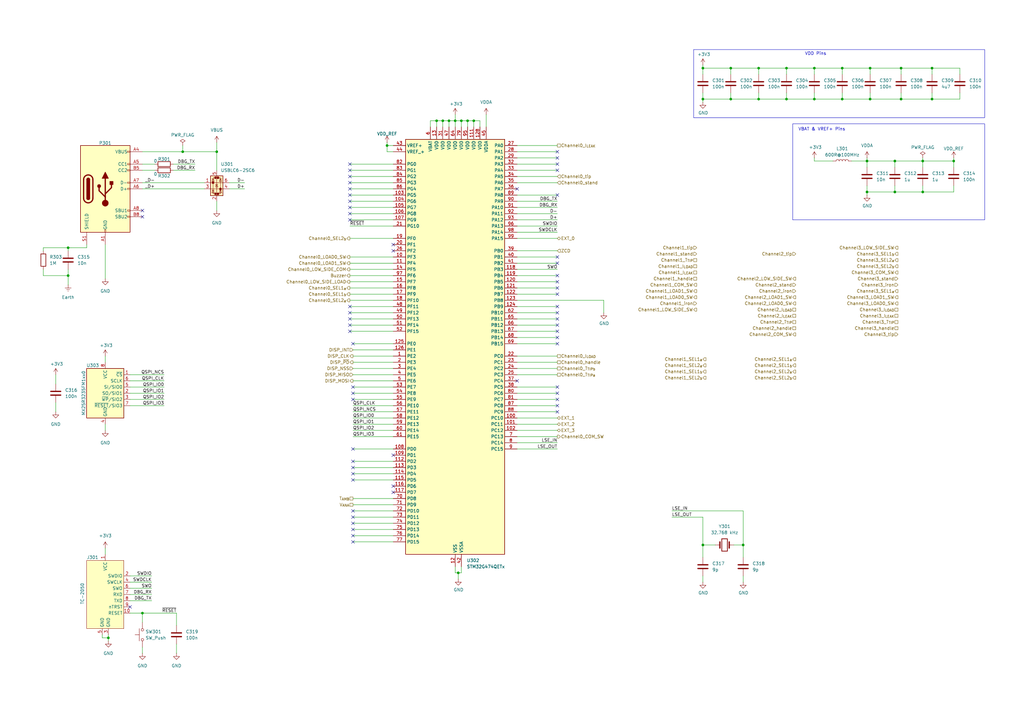
<source format=kicad_sch>
(kicad_sch (version 20231120) (generator "eeschema") (generator_version "8.0")
  (paper "A3")
  (junction (at 58.42 251.46))
  (junction (at 322.58 27.94))
  (junction (at 194.31 49.53))
  (junction (at 369.57 40.64))
  (junction (at 299.72 40.64))
  (junction (at 311.15 40.64))
  (junction (at 189.23 49.53))
  (junction (at 367.03 78.74))
  (junction (at 27.94 101.6))
  (junction (at 288.29 27.94))
  (junction (at 382.27 40.64))
  (junction (at 27.94 113.03))
  (junction (at 179.07 49.53))
  (junction (at 355.6 66.04))
  (junction (at 367.03 66.04))
  (junction (at 322.58 40.64))
  (junction (at 334.01 40.64))
  (junction (at 74.93 62.23))
  (junction (at 378.46 66.04))
  (junction (at 186.69 49.53))
  (junction (at 187.96 234.95))
  (junction (at 355.6 78.74))
  (junction (at 158.75 59.69))
  (junction (at 356.87 40.64))
  (junction (at 311.15 27.94))
  (junction (at 288.29 40.64))
  (junction (at 181.61 49.53))
  (junction (at 184.15 49.53))
  (junction (at 345.44 40.64))
  (junction (at 288.29 223.52))
  (junction (at 391.16 66.04))
  (junction (at 191.77 49.53))
  (junction (at 299.72 27.94))
  (junction (at 334.01 27.94))
  (junction (at 382.27 27.94))
  (junction (at 369.57 27.94))
  (junction (at 304.8 223.52))
  (junction (at 88.9 62.23))
  (junction (at 378.46 78.74))
  (junction (at 44.45 261.62))
  (junction (at 345.44 27.94))
  (junction (at 356.87 27.94))
  (no_connect (at 228.6 115.57))
  (no_connect (at 212.09 77.47))
  (no_connect (at 144.78 184.15))
  (no_connect (at 228.6 128.27))
  (no_connect (at 228.6 62.23))
  (no_connect (at 144.78 217.17))
  (no_connect (at 228.6 161.29))
  (no_connect (at 144.78 163.83))
  (no_connect (at 144.78 212.09))
  (no_connect (at 144.78 219.71))
  (no_connect (at 144.78 189.23))
  (no_connect (at 228.6 107.95))
  (no_connect (at 143.51 125.73))
  (no_connect (at 212.09 156.21))
  (no_connect (at 228.6 166.37))
  (no_connect (at 228.6 168.91))
  (no_connect (at 228.6 120.65))
  (no_connect (at 143.51 135.89))
  (no_connect (at 144.78 209.55))
  (no_connect (at 228.6 125.73))
  (no_connect (at 143.51 85.09))
  (no_connect (at 143.51 77.47))
  (no_connect (at 144.78 161.29))
  (no_connect (at 228.6 158.75))
  (no_connect (at 228.6 163.83))
  (no_connect (at 161.29 102.87))
  (no_connect (at 228.6 67.31))
  (no_connect (at 58.42 88.9))
  (no_connect (at 144.78 194.31))
  (no_connect (at 228.6 64.77))
  (no_connect (at 58.42 86.36))
  (no_connect (at 144.78 222.25))
  (no_connect (at 228.6 133.35))
  (no_connect (at 144.78 191.77))
  (no_connect (at 228.6 140.97))
  (no_connect (at 144.78 196.85))
  (no_connect (at 161.29 100.33))
  (no_connect (at 143.51 133.35))
  (no_connect (at 228.6 80.01))
  (no_connect (at 143.51 72.39))
  (no_connect (at 143.51 82.55))
  (no_connect (at 143.51 69.85))
  (no_connect (at 144.78 158.75))
  (no_connect (at 228.6 135.89))
  (no_connect (at 161.29 199.39))
  (no_connect (at 144.78 214.63))
  (no_connect (at 143.51 128.27))
  (no_connect (at 143.51 87.63))
  (no_connect (at 143.51 74.93))
  (no_connect (at 143.51 80.01))
  (no_connect (at 53.34 248.92))
  (no_connect (at 161.29 186.69))
  (no_connect (at 228.6 138.43))
  (no_connect (at 144.78 140.97))
  (no_connect (at 143.51 90.17))
  (no_connect (at 161.29 201.93))
  (no_connect (at 228.6 130.81))
  (no_connect (at 228.6 118.11))
  (no_connect (at 228.6 105.41))
  (no_connect (at 228.6 69.85))
  (no_connect (at 228.6 113.03))
  (no_connect (at 143.51 67.31))
  (no_connect (at 143.51 130.81))
  (wire (pts (xy 144.78 191.77) (xy 161.29 191.77)))
  (wire (pts (xy 58.42 251.46) (xy 58.42 255.27)))
  (wire (pts (xy 144.78 196.85) (xy 161.29 196.85)))
  (wire (pts (xy 212.09 80.01) (xy 228.6 80.01)))
  (wire (pts (xy 186.69 46.99) (xy 186.69 49.53)))
  (wire (pts (xy 181.61 52.07) (xy 181.61 49.53)))
  (wire (pts (xy 74.93 59.69) (xy 74.93 62.23)))
  (wire (pts (xy 186.69 232.41) (xy 186.69 234.95)))
  (wire (pts (xy 143.51 118.11) (xy 161.29 118.11)))
  (wire (pts (xy 367.03 66.04) (xy 378.46 66.04)))
  (wire (pts (xy 382.27 27.94) (xy 393.7 27.94)))
  (wire (pts (xy 334.01 27.94) (xy 334.01 30.48)))
  (wire (pts (xy 304.8 209.55) (xy 304.8 223.52)))
  (wire (pts (xy 275.59 212.09) (xy 288.29 212.09)))
  (wire (pts (xy 144.78 161.29) (xy 161.29 161.29)))
  (wire (pts (xy 144.78 194.31) (xy 161.29 194.31)))
  (wire (pts (xy 194.31 49.53) (xy 196.85 49.53)))
  (wire (pts (xy 58.42 62.23) (xy 74.93 62.23)))
  (wire (pts (xy 144.78 163.83) (xy 161.29 163.83)))
  (wire (pts (xy 345.44 27.94) (xy 345.44 30.48)))
  (wire (pts (xy 143.51 135.89) (xy 161.29 135.89)))
  (wire (pts (xy 44.45 261.62) (xy 41.91 261.62)))
  (wire (pts (xy 44.45 260.35) (xy 44.45 261.62)))
  (wire (pts (xy 158.75 62.23) (xy 158.75 59.69)))
  (wire (pts (xy 304.8 228.6) (xy 304.8 223.52)))
  (wire (pts (xy 143.51 77.47) (xy 161.29 77.47)))
  (wire (pts (xy 288.29 27.94) (xy 299.72 27.94)))
  (wire (pts (xy 212.09 171.45) (xy 228.6 171.45)))
  (wire (pts (xy 27.94 113.03) (xy 27.94 116.84)))
  (wire (pts (xy 369.57 30.48) (xy 369.57 27.94)))
  (wire (pts (xy 143.51 82.55) (xy 161.29 82.55)))
  (wire (pts (xy 27.94 101.6) (xy 27.94 102.87)))
  (wire (pts (xy 143.51 120.65) (xy 161.29 120.65)))
  (wire (pts (xy 341.63 66.04) (xy 334.01 66.04)))
  (wire (pts (xy 74.93 62.23) (xy 88.9 62.23)))
  (wire (pts (xy 53.34 251.46) (xy 58.42 251.46)))
  (wire (pts (xy 144.78 146.05) (xy 161.29 146.05)))
  (wire (pts (xy 161.29 148.59) (xy 144.78 148.59)))
  (wire (pts (xy 311.15 27.94) (xy 311.15 30.48)))
  (wire (pts (xy 369.57 38.1) (xy 369.57 40.64)))
  (wire (pts (xy 143.51 123.19) (xy 161.29 123.19)))
  (wire (pts (xy 356.87 27.94) (xy 356.87 30.48)))
  (wire (pts (xy 53.34 161.29) (xy 67.31 161.29)))
  (wire (pts (xy 143.51 97.79) (xy 161.29 97.79)))
  (wire (pts (xy 144.78 207.01) (xy 161.29 207.01)))
  (wire (pts (xy 189.23 52.07) (xy 189.23 49.53)))
  (wire (pts (xy 27.94 110.49) (xy 27.94 113.03)))
  (wire (pts (xy 143.51 69.85) (xy 161.29 69.85)))
  (wire (pts (xy 144.78 222.25) (xy 161.29 222.25)))
  (wire (pts (xy 356.87 38.1) (xy 356.87 40.64)))
  (wire (pts (xy 199.39 46.99) (xy 199.39 52.07)))
  (wire (pts (xy 143.51 72.39) (xy 161.29 72.39)))
  (wire (pts (xy 144.78 209.55) (xy 161.29 209.55)))
  (wire (pts (xy 161.29 59.69) (xy 158.75 59.69)))
  (wire (pts (xy 356.87 27.94) (xy 369.57 27.94)))
  (wire (pts (xy 311.15 27.94) (xy 322.58 27.94)))
  (wire (pts (xy 88.9 58.42) (xy 88.9 62.23)))
  (wire (pts (xy 186.69 49.53) (xy 189.23 49.53)))
  (wire (pts (xy 35.56 101.6) (xy 35.56 100.33)))
  (wire (pts (xy 378.46 66.04) (xy 378.46 68.58)))
  (wire (pts (xy 161.29 62.23) (xy 158.75 62.23)))
  (wire (pts (xy 186.69 49.53) (xy 184.15 49.53)))
  (wire (pts (xy 393.7 38.1) (xy 393.7 40.64)))
  (wire (pts (xy 369.57 40.64) (xy 382.27 40.64)))
  (wire (pts (xy 143.51 90.17) (xy 161.29 90.17)))
  (wire (pts (xy 191.77 52.07) (xy 191.77 49.53)))
  (wire (pts (xy 212.09 90.17) (xy 228.6 90.17)))
  (wire (pts (xy 304.8 236.22) (xy 304.8 238.76)))
  (wire (pts (xy 288.29 26.67) (xy 288.29 27.94)))
  (wire (pts (xy 355.6 66.04) (xy 367.03 66.04)))
  (wire (pts (xy 304.8 223.52) (xy 300.99 223.52)))
  (wire (pts (xy 143.51 107.95) (xy 161.29 107.95)))
  (wire (pts (xy 53.34 153.67) (xy 67.31 153.67)))
  (wire (pts (xy 88.9 82.55) (xy 88.9 86.36)))
  (wire (pts (xy 63.5 69.85) (xy 58.42 69.85)))
  (wire (pts (xy 43.18 173.99) (xy 43.18 176.53)))
  (wire (pts (xy 212.09 163.83) (xy 228.6 163.83)))
  (wire (pts (xy 288.29 212.09) (xy 288.29 223.52)))
  (wire (pts (xy 53.34 238.76) (xy 62.23 238.76)))
  (wire (pts (xy 349.25 66.04) (xy 355.6 66.04)))
  (wire (pts (xy 144.78 189.23) (xy 161.29 189.23)))
  (wire (pts (xy 311.15 40.64) (xy 299.72 40.64)))
  (wire (pts (xy 212.09 146.05) (xy 228.6 146.05)))
  (wire (pts (xy 212.09 151.13) (xy 228.6 151.13)))
  (wire (pts (xy 247.65 123.19) (xy 247.65 128.27)))
  (wire (pts (xy 212.09 135.89) (xy 228.6 135.89)))
  (wire (pts (xy 143.51 105.41) (xy 161.29 105.41)))
  (wire (pts (xy 44.45 261.62) (xy 44.45 262.89)))
  (wire (pts (xy 93.98 74.93) (xy 100.33 74.93)))
  (wire (pts (xy 288.29 40.64) (xy 288.29 41.91)))
  (wire (pts (xy 143.51 115.57) (xy 161.29 115.57)))
  (wire (pts (xy 72.39 256.54) (xy 72.39 251.46)))
  (wire (pts (xy 334.01 27.94) (xy 345.44 27.94)))
  (wire (pts (xy 72.39 264.16) (xy 72.39 267.97)))
  (wire (pts (xy 299.72 38.1) (xy 299.72 40.64)))
  (wire (pts (xy 212.09 181.61) (xy 228.6 181.61)))
  (wire (pts (xy 53.34 246.38) (xy 62.23 246.38)))
  (wire (pts (xy 322.58 38.1) (xy 322.58 40.64)))
  (wire (pts (xy 322.58 27.94) (xy 334.01 27.94)))
  (wire (pts (xy 212.09 166.37) (xy 228.6 166.37)))
  (wire (pts (xy 299.72 27.94) (xy 299.72 30.48)))
  (wire (pts (xy 212.09 138.43) (xy 228.6 138.43)))
  (wire (pts (xy 322.58 40.64) (xy 311.15 40.64)))
  (wire (pts (xy 355.6 78.74) (xy 355.6 80.01)))
  (wire (pts (xy 158.75 59.69) (xy 158.75 58.42)))
  (wire (pts (xy 345.44 27.94) (xy 356.87 27.94)))
  (wire (pts (xy 143.51 110.49) (xy 161.29 110.49)))
  (wire (pts (xy 212.09 130.81) (xy 228.6 130.81)))
  (wire (pts (xy 43.18 100.33) (xy 43.18 114.3)))
  (wire (pts (xy 212.09 72.39) (xy 228.6 72.39)))
  (wire (pts (xy 144.78 219.71) (xy 161.29 219.71)))
  (wire (pts (xy 53.34 241.3) (xy 62.23 241.3)))
  (wire (pts (xy 212.09 74.93) (xy 228.6 74.93)))
  (wire (pts (xy 63.5 67.31) (xy 58.42 67.31)))
  (wire (pts (xy 212.09 107.95) (xy 228.6 107.95)))
  (wire (pts (xy 58.42 74.93) (xy 83.82 74.93)))
  (wire (pts (xy 144.78 140.97) (xy 161.29 140.97)))
  (wire (pts (xy 58.42 77.47) (xy 83.82 77.47)))
  (wire (pts (xy 144.78 173.99) (xy 161.29 173.99)))
  (wire (pts (xy 288.29 27.94) (xy 288.29 30.48)))
  (wire (pts (xy 299.72 27.94) (xy 311.15 27.94)))
  (wire (pts (xy 144.78 184.15) (xy 161.29 184.15)))
  (wire (pts (xy 212.09 176.53) (xy 228.6 176.53)))
  (wire (pts (xy 53.34 158.75) (xy 67.31 158.75)))
  (wire (pts (xy 212.09 110.49) (xy 228.6 110.49)))
  (wire (pts (xy 212.09 64.77) (xy 228.6 64.77)))
  (wire (pts (xy 382.27 27.94) (xy 369.57 27.94)))
  (wire (pts (xy 144.78 156.21) (xy 161.29 156.21)))
  (wire (pts (xy 58.42 265.43) (xy 58.42 267.97)))
  (wire (pts (xy 212.09 105.41) (xy 228.6 105.41)))
  (wire (pts (xy 212.09 125.73) (xy 228.6 125.73)))
  (wire (pts (xy 187.96 237.49) (xy 187.96 234.95)))
  (wire (pts (xy 212.09 179.07) (xy 228.6 179.07)))
  (wire (pts (xy 184.15 49.53) (xy 184.15 52.07)))
  (wire (pts (xy 41.91 260.35) (xy 41.91 261.62)))
  (wire (pts (xy 179.07 52.07) (xy 179.07 49.53)))
  (wire (pts (xy 144.78 168.91) (xy 161.29 168.91)))
  (wire (pts (xy 143.51 113.03) (xy 161.29 113.03)))
  (wire (pts (xy 161.29 67.31) (xy 143.51 67.31)))
  (wire (pts (xy 367.03 76.2) (xy 367.03 78.74)))
  (wire (pts (xy 22.86 153.67) (xy 22.86 157.48)))
  (wire (pts (xy 311.15 38.1) (xy 311.15 40.64)))
  (wire (pts (xy 53.34 166.37) (xy 67.31 166.37)))
  (wire (pts (xy 144.78 179.07) (xy 161.29 179.07)))
  (wire (pts (xy 212.09 87.63) (xy 228.6 87.63)))
  (wire (pts (xy 275.59 209.55) (xy 304.8 209.55)))
  (wire (pts (xy 143.51 74.93) (xy 161.29 74.93)))
  (wire (pts (xy 212.09 67.31) (xy 228.6 67.31)))
  (wire (pts (xy 189.23 232.41) (xy 189.23 234.95)))
  (wire (pts (xy 212.09 184.15) (xy 228.6 184.15)))
  (wire (pts (xy 194.31 52.07) (xy 194.31 49.53)))
  (wire (pts (xy 176.53 49.53) (xy 179.07 49.53)))
  (wire (pts (xy 144.78 214.63) (xy 161.29 214.63)))
  (wire (pts (xy 143.51 133.35) (xy 161.29 133.35)))
  (wire (pts (xy 391.16 64.77) (xy 391.16 66.04)))
  (wire (pts (xy 391.16 66.04) (xy 378.46 66.04)))
  (wire (pts (xy 143.51 125.73) (xy 161.29 125.73)))
  (wire (pts (xy 144.78 151.13) (xy 161.29 151.13)))
  (wire (pts (xy 212.09 102.87) (xy 228.6 102.87)))
  (wire (pts (xy 144.78 166.37) (xy 161.29 166.37)))
  (wire (pts (xy 196.85 52.07) (xy 196.85 49.53)))
  (wire (pts (xy 367.03 66.04) (xy 367.03 68.58)))
  (wire (pts (xy 382.27 38.1) (xy 382.27 40.64)))
  (wire (pts (xy 288.29 223.52) (xy 293.37 223.52)))
  (wire (pts (xy 58.42 251.46) (xy 72.39 251.46)))
  (wire (pts (xy 17.78 101.6) (xy 27.94 101.6)))
  (wire (pts (xy 393.7 27.94) (xy 393.7 30.48)))
  (wire (pts (xy 143.51 80.01) (xy 161.29 80.01)))
  (wire (pts (xy 367.03 78.74) (xy 378.46 78.74)))
  (wire (pts (xy 22.86 165.1) (xy 22.86 168.91)))
  (wire (pts (xy 53.34 163.83) (xy 67.31 163.83)))
  (wire (pts (xy 186.69 234.95) (xy 187.96 234.95)))
  (wire (pts (xy 212.09 62.23) (xy 228.6 62.23)))
  (wire (pts (xy 143.51 92.71) (xy 161.29 92.71)))
  (wire (pts (xy 27.94 101.6) (xy 35.56 101.6)))
  (wire (pts (xy 144.78 176.53) (xy 161.29 176.53)))
  (wire (pts (xy 355.6 66.04) (xy 355.6 68.58)))
  (wire (pts (xy 212.09 97.79) (xy 228.6 97.79)))
  (wire (pts (xy 71.12 67.31) (xy 80.01 67.31)))
  (wire (pts (xy 212.09 133.35) (xy 228.6 133.35)))
  (wire (pts (xy 212.09 158.75) (xy 228.6 158.75)))
  (wire (pts (xy 53.34 156.21) (xy 67.31 156.21)))
  (wire (pts (xy 93.98 77.47) (xy 100.33 77.47)))
  (wire (pts (xy 212.09 128.27) (xy 228.6 128.27)))
  (wire (pts (xy 212.09 95.25) (xy 228.6 95.25)))
  (wire (pts (xy 17.78 110.49) (xy 17.78 113.03)))
  (wire (pts (xy 212.09 118.11) (xy 228.6 118.11)))
  (wire (pts (xy 334.01 66.04) (xy 334.01 64.77)))
  (wire (pts (xy 212.09 115.57) (xy 228.6 115.57)))
  (wire (pts (xy 143.51 130.81) (xy 161.29 130.81)))
  (wire (pts (xy 299.72 40.64) (xy 288.29 40.64)))
  (wire (pts (xy 212.09 85.09) (xy 228.6 85.09)))
  (wire (pts (xy 143.51 85.09) (xy 161.29 85.09)))
  (wire (pts (xy 288.29 236.22) (xy 288.29 238.76)))
  (wire (pts (xy 334.01 40.64) (xy 322.58 40.64)))
  (wire (pts (xy 212.09 173.99) (xy 228.6 173.99)))
  (wire (pts (xy 176.53 52.07) (xy 176.53 49.53)))
  (wire (pts (xy 391.16 76.2) (xy 391.16 78.74)))
  (wire (pts (xy 334.01 40.64) (xy 345.44 40.64)))
  (wire (pts (xy 391.16 68.58) (xy 391.16 66.04)))
  (wire (pts (xy 212.09 148.59) (xy 228.6 148.59)))
  (wire (pts (xy 355.6 78.74) (xy 367.03 78.74)))
  (wire (pts (xy 382.27 30.48) (xy 382.27 27.94)))
  (wire (pts (xy 212.09 120.65) (xy 228.6 120.65)))
  (wire (pts (xy 181.61 49.53) (xy 184.15 49.53)))
  (wire (pts (xy 212.09 153.67) (xy 228.6 153.67)))
  (wire (pts (xy 144.78 217.17) (xy 161.29 217.17)))
  (wire (pts (xy 212.09 123.19) (xy 247.65 123.19)))
  (wire (pts (xy 144.78 212.09) (xy 161.29 212.09)))
  (wire (pts (xy 288.29 228.6) (xy 288.29 223.52)))
  (wire (pts (xy 143.51 87.63) (xy 161.29 87.63)))
  (wire (pts (xy 378.46 78.74) (xy 391.16 78.74)))
  (wire (pts (xy 345.44 38.1) (xy 345.44 40.64)))
  (wire (pts (xy 212.09 92.71) (xy 228.6 92.71)))
  (wire (pts (xy 191.77 49.53) (xy 189.23 49.53)))
  (wire (pts (xy 17.78 113.03) (xy 27.94 113.03)))
  (wire (pts (xy 212.09 161.29) (xy 228.6 161.29)))
  (wire (pts (xy 144.78 171.45) (xy 161.29 171.45)))
  (wire (pts (xy 212.09 140.97) (xy 228.6 140.97)))
  (wire (pts (xy 17.78 101.6) (xy 17.78 102.87)))
  (wire (pts (xy 43.18 224.79) (xy 43.18 227.33)))
  (wire (pts (xy 144.78 153.67) (xy 161.29 153.67)))
  (wire (pts (xy 355.6 76.2) (xy 355.6 78.74)))
  (wire (pts (xy 212.09 69.85) (xy 228.6 69.85)))
  (wire (pts (xy 355.6 64.77) (xy 355.6 66.04)))
  (wire (pts (xy 212.09 113.03) (xy 228.6 113.03)))
  (wire (pts (xy 334.01 38.1) (xy 334.01 40.64)))
  (wire (pts (xy 53.34 243.84) (xy 62.23 243.84)))
  (wire (pts (xy 194.31 49.53) (xy 191.77 49.53)))
  (wire (pts (xy 187.96 234.95) (xy 189.23 234.95)))
  (wire (pts (xy 393.7 40.64) (xy 382.27 40.64)))
  (wire (pts (xy 212.09 59.69) (xy 228.6 59.69)))
  (wire (pts (xy 288.29 40.64) (xy 288.29 38.1)))
  (wire (pts (xy 322.58 27.94) (xy 322.58 30.48)))
  (wire (pts (xy 144.78 204.47) (xy 161.29 204.47)))
  (wire (pts (xy 144.78 143.51) (xy 161.29 143.51)))
  (wire (pts (xy 71.12 69.85) (xy 80.01 69.85)))
  (wire (pts (xy 378.46 64.77) (xy 378.46 66.04)))
  (wire (pts (xy 378.46 76.2) (xy 378.46 78.74)))
  (wire (pts (xy 43.18 146.05) (xy 43.18 148.59)))
  (wire (pts (xy 144.78 158.75) (xy 161.29 158.75)))
  (wire (pts (xy 53.34 236.22) (xy 62.23 236.22)))
  (wire (pts (xy 186.69 52.07) (xy 186.69 49.53)))
  (wire (pts (xy 345.44 40.64) (xy 356.87 40.64)))
  (wire (pts (xy 143.51 128.27) (xy 161.29 128.27)))
  (wire (pts (xy 212.09 82.55) (xy 228.6 82.55)))
  (wire (pts (xy 212.09 168.91) (xy 228.6 168.91)))
  (wire (pts (xy 369.57 40.64) (xy 356.87 40.64)))
  (wire (pts (xy 179.07 49.53) (xy 181.61 49.53)))
  (wire (pts (xy 88.9 69.85) (xy 88.9 62.23)))
  (rectangle (start 325.12 50.8) (end 403.86 90.17))
  (rectangle (start 284.48 20.32) (end 403.86 48.26))
  (text "VBAT & VREF+ Pins" (at 337.058 53.086 0) (effects (font (size 1.27 1.27))))
  (text "VDD Pins" (at 334.518 22.098 0) (effects (font (size 1.27 1.27))))
  (label "LSE_IN" (at 228.6 181.61 180))
  (label "~{RESET}" (at 72.39 251.46 180))
  (label "QSPI_NCS" (at 144.78 168.91 0))
  (label "SWDIO" (at 228.6 92.71 180))
  (label "QSPI_IO3" (at 144.78 179.07 0))
  (label "QSPI_IO0" (at 67.31 158.75 180))
  (label "D-" (at 100.33 74.93 180))
  (label "SWDCLK" (at 62.23 238.76 180))
  (label "QSPI_IO0" (at 144.78 171.45 0))
  (label "QSPI_NCS" (at 67.31 153.67 180))
  (label "QSPI_IO2" (at 144.78 176.53 0))
  (label "DBG_RX" (at 62.23 243.84 180))
  (label "_D+" (at 63.5 77.47 180))
  (label "~{RESET}" (at 143.51 92.71 0))
  (label "_D-" (at 63.5 74.93 180))
  (label "LSE_OUT" (at 275.59 212.09 0))
  (label "QSPI_IO1" (at 67.31 161.29 180))
  (label "SWO" (at 228.6 110.49 180))
  (label "D+" (at 228.6 90.17 180))
  (label "DBG_TX" (at 80.01 67.31 180))
  (label "QSPI_CLK" (at 67.31 156.21 180))
  (label "D+" (at 100.33 77.47 180))
  (label "QSPI_CLK" (at 144.78 166.37 0))
  (label "QSPI_IO3" (at 67.31 166.37 180))
  (label "D-" (at 228.6 87.63 180))
  (label "SWDCLK" (at 228.6 95.25 180))
  (label "DBG_TX" (at 228.6 82.55 180))
  (label "DBG_RX" (at 80.01 69.85 180))
  (label "SWDIO" (at 62.23 236.22 180))
  (label "LSE_IN" (at 275.59 209.55 0))
  (label "DBG_TX" (at 62.23 246.38 180))
  (label "DBG_RX" (at 228.6 85.09 180))
  (label "QSPI_IO2" (at 67.31 163.83 180))
  (label "QSPI_IO1" (at 144.78 173.99 0))
  (label "LSE_OUT" (at 228.6 184.15 180))
  (label "SWO" (at 62.23 241.3 180))
  (hierarchical_label "Channel1_SEL2_{a}" (shape output) (at 289.56 149.86 180))
  (hierarchical_label "DISP_~{PD}" (shape output) (at 144.78 148.59 180))
  (hierarchical_label "Channel1_COM_SW" (shape output) (at 285.75 116.84 180))
  (hierarchical_label "Channel3_SEL1_{a}" (shape output) (at 368.3 119.38 180))
  (hierarchical_label "Channel1_SEL1_{a}" (shape output) (at 289.56 147.32 180))
  (hierarchical_label "Channel0_LOAD0_SW" (shape output) (at 143.51 105.41 180))
  (hierarchical_label "Channel0_I_{LEAK}" (shape passive) (at 228.6 59.69 0))
  (hierarchical_label "Channel1_LOAD1_SW" (shape output) (at 285.75 119.38 180))
  (hierarchical_label "Channel0_T_{TIP}_{b}" (shape passive) (at 228.6 151.13 0))
  (hierarchical_label "Channel3_SEL2_{a}" (shape output) (at 368.3 106.68 180))
  (hierarchical_label "Channel1_SEL1_{b}" (shape output) (at 289.56 152.4 180))
  (hierarchical_label "EXT_0" (shape bidirectional) (at 228.6 97.79 0))
  (hierarchical_label "Channel2_handle" (shape passive) (at 326.39 134.62 180))
  (hierarchical_label "Channel1_T_{TIP}" (shape passive) (at 285.75 106.68 180))
  (hierarchical_label "Channel3_LOAD0_SW" (shape output) (at 368.3 124.46 180))
  (hierarchical_label "DISP_NSS" (shape input) (at 144.78 151.13 180))
  (hierarchical_label "Channel3_iron" (shape input) (at 368.3 116.84 180))
  (hierarchical_label "Channel2_tip" (shape input) (at 326.39 104.14 180))
  (hierarchical_label "DISP_CLK" (shape output) (at 144.78 146.05 180))
  (hierarchical_label "Channel2_SEL2_{a}" (shape output) (at 326.39 152.4 180))
  (hierarchical_label "Channel2_LOAD0_SW" (shape output) (at 326.39 124.46 180))
  (hierarchical_label "Channel0_I_{LOAD}" (shape passive) (at 228.6 146.05 0))
  (hierarchical_label "Channel0_LOW_SIDE_LOAD" (shape output) (at 143.51 115.57 180))
  (hierarchical_label "Channel3_stand" (shape input) (at 368.3 114.3 180))
  (hierarchical_label "Channel3_T_{TIP}" (shape passive) (at 368.3 132.08 180))
  (hierarchical_label "Channel3_SEL1_{b}" (shape output) (at 368.3 104.14 180))
  (hierarchical_label "Channel1_SEL2_{b}" (shape output) (at 289.56 154.94 180))
  (hierarchical_label "EXT_3" (shape bidirectional) (at 228.6 176.53 0))
  (hierarchical_label "Channel0_stand" (shape input) (at 228.6 74.93 0))
  (hierarchical_label "Channel1_I_{LEAK}" (shape passive) (at 285.75 111.76 180))
  (hierarchical_label "Channel2_LOAD1_SW" (shape output) (at 326.39 121.92 180))
  (hierarchical_label "Channel0_LOAD1_SW" (shape output) (at 143.51 107.95 180))
  (hierarchical_label "Channel2_T_{TIP}" (shape passive) (at 326.39 132.08 180))
  (hierarchical_label "Channel2_SEL1_{a}" (shape output) (at 326.39 147.32 180))
  (hierarchical_label "Channel0_COM_SW" (shape output) (at 228.6 179.07 0))
  (hierarchical_label "Channel1_LOW_SIDE_SW" (shape output) (at 285.75 127 180))
  (hierarchical_label "Channel2_SEL2_{b}" (shape output) (at 326.39 154.94 180))
  (hierarchical_label "EXT_2" (shape bidirectional) (at 228.6 173.99 0))
  (hierarchical_label "ZCD" (shape input) (at 228.6 102.87 0))
  (hierarchical_label "DISP_MISO" (shape input) (at 144.78 153.67 180))
  (hierarchical_label "Channel0_handle" (shape passive) (at 228.6 148.59 0))
  (hierarchical_label "Channel1_handle" (shape passive) (at 285.75 114.3 180))
  (hierarchical_label "Channel3_COM_SW" (shape output) (at 368.3 111.76 180))
  (hierarchical_label "Channel2_stand" (shape input) (at 326.39 116.84 180))
  (hierarchical_label "Channel0_SEL2_{b}" (shape output) (at 143.51 97.79 180))
  (hierarchical_label "Channel2_I_{LOAD}" (shape passive) (at 326.39 127 180))
  (hierarchical_label "Channel0_T_{TIP}_{a}" (shape passive) (at 228.6 153.67 0))
  (hierarchical_label "Buzzer" (shape output) (at 143.51 113.03 180))
  (hierarchical_label "Channel2_iron" (shape input) (at 326.39 119.38 180))
  (hierarchical_label "Channel3_tip" (shape input) (at 368.3 137.16 180))
  (hierarchical_label "Channel2_SEL1_{b}" (shape output) (at 326.39 149.86 180))
  (hierarchical_label "Channel3_SEL2_{b}" (shape output) (at 368.3 109.22 180))
  (hierarchical_label "Channel1_stand" (shape input) (at 285.75 104.14 180))
  (hierarchical_label "Channel1_I_{LOAD}" (shape passive) (at 285.75 109.22 180))
  (hierarchical_label "DISP_MOSI" (shape output) (at 144.78 156.21 180))
  (hierarchical_label "Channel0_tip" (shape input) (at 228.6 72.39 0))
  (hierarchical_label "Channel3_LOW_SIDE_SW" (shape output) (at 368.3 101.6 180))
  (hierarchical_label "Channel0_SEL1_{a}" (shape output) (at 143.51 118.11 180))
  (hierarchical_label "DISP_INT" (shape input) (at 144.78 143.51 180))
  (hierarchical_label "Channel0_LOW_SIDE_COM" (shape output) (at 143.51 110.49 180))
  (hierarchical_label "Channel3_LOAD1_SW" (shape output) (at 368.3 121.92 180))
  (hierarchical_label "Channel3_I_{LOAD}" (shape passive) (at 368.3 127 180))
  (hierarchical_label "Channel2_I_{LEAK}" (shape passive) (at 326.39 129.54 180))
  (hierarchical_label "Channel3_handle" (shape passive) (at 368.3 134.62 180))
  (hierarchical_label "Channel1_LOAD0_SW" (shape output) (at 285.75 121.92 180))
  (hierarchical_label "EXT_1" (shape bidirectional) (at 228.6 171.45 0))
  (hierarchical_label "T_{AMB}" (shape passive) (at 144.78 204.47 180))
  (hierarchical_label "Channel1_iron" (shape input) (at 285.75 124.46 180))
  (hierarchical_label "Channel3_I_{LEAK}" (shape passive) (at 368.3 129.54 180))
  (hierarchical_label "Channel1_tip" (shape input) (at 285.75 101.6 180))
  (hierarchical_label "Channel2_LOW_SIDE_SW" (shape output) (at 326.39 114.3 180))
  (hierarchical_label "V_{ANA}" (shape passive) (at 144.78 207.01 180))
  (hierarchical_label "Channel0_SEL1_{b}" (shape output) (at 143.51 120.65 180))
  (hierarchical_label "Channel0_SEL2_{a}" (shape output) (at 143.51 123.19 180))
  (hierarchical_label "Channel2_COM_SW" (shape output) (at 326.39 137.16 180))
  (symbol (lib_id "power:VDDA") (at 355.6 64.77 0) (unit 1)
    (property "Reference" "#PWR0308" (effects (hide yes)))
    (property "Value" "VDDA" (at 355.6 59.69 0))
    (property "Description" "Power symbol creates a global label with name \"VDDA\"" (effects (hide yes)))
  )
  (symbol (lib_id "power:GND") (at 22.86 168.91 0) (mirror y) (unit 1)
    (property "Reference" "#PWR0317" (effects (hide yes)))
    (property "Value" "GND" (at 22.86 173.99 0))
    (property "Description" "Power symbol creates a global label with name \"GND\" , ground" (effects (hide yes)))
  )
  (symbol (lib_id "Device:C") (at 367.03 72.39 0) (unit 1) (exclude_from_sim yes)
    (property "Reference" "C312" (at 370.84 71.1199 0) (effects (justify left)))
    (property "Value" "1u" (at 370.84 73.6599 0) (effects (justify left)))
    (property "Footprint" "Resistor_SMD:R_0402_1005Metric" (effects (hide yes)))
    (property "Description" "Unpolarized capacitor" (effects (hide yes)))
    (property "Digikey" "1276-1067-1-ND" (effects (hide yes)))
  )
  (symbol (lib_id "Device:C") (at 393.7 34.29 0) (unit 1) (exclude_from_sim yes)
    (property "Reference" "C310" (at 397.51 33.0199 0) (effects (justify left)))
    (property "Value" "100n" (at 397.51 35.5599 0) (effects (justify left)))
    (property "Footprint" "Resistor_SMD:R_0402_1005Metric" (effects (hide yes)))
    (property "Description" "Unpolarized capacitor" (effects (hide yes)))
    (property "Digikey" "478-KGM05AR71C104KHCT-ND" (effects (hide yes)))
  )
  (symbol (lib_id "MCU_ST_STM32G4:STM32G474QETx") (at 186.69 143.51 0) (unit 1)
    (property "Reference" "U302" (at 191.4241 229.87 0) (effects (justify left)))
    (property "Value" "STM32G474QETx" (at 191.4241 232.41 0) (effects (justify left)))
    (property "Footprint" "Package_QFP:LQFP-128_14x14mm_P0.4mm" (effects (hide yes)))
    (property "Datasheet" "https://www.st.com/resource/en/datasheet/stm32g474qe.pdf" (effects (hide yes)))
    (property "Description" "STMicroelectronics Arm Cortex-M4 MCU, 512KB flash, 128KB RAM, 170 MHz, 1.71-3.6V, 107 GPIO, LQFP128" (effects (hide yes)))
    (property "Digikey" "STM32G474QET6-ND" (effects (hide yes)))
  )
  (symbol (lib_id "Switch:SW_Push") (at 58.42 260.35 90) (unit 1)
    (property "Reference" "SW301" (at 59.69 259.0799 90) (effects (justify right)))
    (property "Value" "SW_Push" (at 59.69 261.6199 90) (effects (justify right)))
    (property "Footprint" "Button_Switch_SMD:SW_Push_SPST_NO_Alps_SKRK" (effects (hide yes)))
    (property "Description" "Push button switch, generic, two pins" (effects (hide yes)))
    (property "Digikey" "4809-SKRKAHE020CT-ND" (effects (hide yes)))
  )
  (symbol (lib_id "power:VDDF") (at 158.75 58.42 0) (unit 1)
    (property "Reference" "#PWR0306" (effects (hide yes)))
    (property "Value" "VDD_REF" (at 158.75 54.864 0))
    (property "Description" "Power symbol creates a global label with name \"VDDF\"" (effects (hide yes)))
  )
  (symbol (lib_id "power:GND") (at 288.29 238.76 0) (unit 1)
    (property "Reference" "#PWR0321" (effects (hide yes)))
    (property "Value" "GND" (at 288.417 243.1542 0))
    (property "Description" "Power symbol creates a global label with name \"GND\" , ground" (effects (hide yes)))
  )
  (symbol (lib_id "Device:C") (at 369.57 34.29 0) (unit 1) (exclude_from_sim yes)
    (property "Reference" "C308" (at 373.38 33.0199 0) (effects (justify left)))
    (property "Value" "100n" (at 373.38 35.5599 0) (effects (justify left)))
    (property "Footprint" "Resistor_SMD:R_0402_1005Metric" (effects (hide yes)))
    (property "Description" "Unpolarized capacitor" (effects (hide yes)))
    (property "Digikey" "478-KGM05AR71C104KHCT-ND" (effects (hide yes)))
  )
  (symbol (lib_id "power:+3V3") (at 186.69 46.99 0) (unit 1)
    (property "Reference" "#PWR0303" (effects (hide yes)))
    (property "Value" "+3V3" (at 187.071 42.5958 0))
    (property "Description" "Power symbol creates a global label with name \"+3V3\"" (effects (hide yes)))
  )
  (symbol (lib_id "power:PWR_FLAG") (at 378.46 64.77 0) (unit 1)
    (property "Reference" "#FLG0302" (effects (hide yes)))
    (property "Value" "PWR_FLAG" (at 378.46 60.452 0))
    (property "Description" "Special symbol for telling ERC where power comes from" (effects (hide yes)))
  )
  (symbol (lib_id "Device:L") (at 345.44 66.04 90) (unit 1)
    (property "Reference" "L301" (at 345.44 60.96 90))
    (property "Value" "600R@100MHz" (at 345.44 63.5 90))
    (property "Footprint" "Inductor_SMD:L_0402_1005Metric" (effects (hide yes)))
    (property "Description" "Inductor" (effects (hide yes)))
    (property "Digikey" "490-1006-1-ND" (effects (hide yes)))
  )
  (symbol (lib_id "power:GND") (at 44.45 262.89 0) (mirror y) (unit 1)
    (property "Reference" "#PWR0323" (effects (hide yes)))
    (property "Value" "GND" (at 44.45 267.97 0))
    (property "Description" "Power symbol creates a global label with name \"GND\" , ground" (effects (hide yes)))
  )
  (symbol (lib_id "Device:C") (at 72.39 260.35 0) (unit 1) (exclude_from_sim yes)
    (property "Reference" "C319" (at 76.2 259.0799 0) (effects (justify left)))
    (property "Value" "100n" (at 76.2 261.6199 0) (effects (justify left)))
    (property "Footprint" "Resistor_SMD:R_0402_1005Metric" (effects (hide yes)))
    (property "Description" "Unpolarized capacitor" (effects (hide yes)))
    (property "Digikey" "478-KGM05AR71C104KHCT-ND" (effects (hide yes)))
  )
  (symbol (lib_id "power:GND") (at 355.6 80.01 0) (unit 1)
    (property "Reference" "#PWR0310" (effects (hide yes)))
    (property "Value" "GND" (at 355.727 84.4042 0))
    (property "Description" "Power symbol creates a global label with name \"GND\" , ground" (effects (hide yes)))
  )
  (symbol (lib_id "power:PWR_FLAG") (at 74.93 59.69 0) (unit 1)
    (property "Reference" "#FLG0301" (effects (hide yes)))
    (property "Value" "PWR_FLAG" (at 74.93 55.372 0))
    (property "Description" "Special symbol for telling ERC where power comes from" (effects (hide yes)))
  )
  (symbol (lib_id "power:GND") (at 288.29 41.91 0) (unit 1)
    (property "Reference" "#PWR0302" (effects (hide yes)))
    (property "Value" "GND" (at 288.417 46.3042 0))
    (property "Description" "Power symbol creates a global label with name \"GND\" , ground" (effects (hide yes)))
  )
  (symbol (lib_id "Device:C") (at 355.6 72.39 180) (unit 1) (exclude_from_sim yes)
    (property "Reference" "C311" (at 359.41 71.1199 0) (effects (justify right)))
    (property "Value" "10n" (at 359.41 73.6599 0) (effects (justify right)))
    (property "Footprint" "Resistor_SMD:R_0402_1005Metric" (effects (hide yes)))
    (property "Description" "Unpolarized capacitor" (effects (hide yes)))
    (property "Digikey" "1276-1028-1-ND" (effects (hide yes)))
  )
  (symbol (lib_id "Device:C") (at 304.8 232.41 0) (unit 1)
    (property "Reference" "C318" (at 308.61 231.1399 0) (effects (justify left)))
    (property "Value" "9p" (at 308.61 233.6799 0) (effects (justify left)))
    (property "Footprint" "Capacitor_SMD:C_0402_1005Metric" (effects (hide yes)))
    (property "Description" "Unpolarized capacitor" (effects (hide yes)))
    (property "Digikey" "311-1636-1-ND" (effects (hide yes)))
  )
  (symbol (lib_id "power:GND") (at 43.18 176.53 0) (mirror y) (unit 1)
    (property "Reference" "#PWR0318" (effects (hide yes)))
    (property "Value" "GND" (at 43.18 181.61 0))
    (property "Description" "Power symbol creates a global label with name \"GND\" , ground" (effects (hide yes)))
  )
  (symbol (lib_id "power:GND") (at 43.18 114.3 0) (mirror y) (unit 1)
    (property "Reference" "#PWR0312" (effects (hide yes)))
    (property "Value" "GND" (at 43.18 119.38 0))
    (property "Description" "Power symbol creates a global label with name \"GND\" , ground" (effects (hide yes)))
  )
  (symbol (lib_id "Device:Crystal") (at 297.18 223.52 0) (unit 1)
    (property "Reference" "Y301" (at 297.18 215.9 0))
    (property "Value" "32.768 kHz" (at 297.18 218.44 0))
    (property "Footprint" "Crystal:Crystal_SMD_MicroCrystal_CC8V-T1A-2Pin_2.0x1.2mm" (effects (hide yes)))
    (property "Description" "Two pin crystal" (effects (hide yes)))
    (property "Digikey" "2195-CM8V-T1A-32.768KHZ-9PF-20PPM-TA-QCCT-ND" (effects (hide yes)))
  )
  (symbol (lib_id "power:GND") (at 187.96 237.49 0) (unit 1)
    (property "Reference" "#PWR0320" (effects (hide yes)))
    (property "Value" "GND" (at 188.087 241.8842 0))
    (property "Description" "Power symbol creates a global label with name \"GND\" , ground" (effects (hide yes)))
  )
  (symbol (lib_id "Device:R") (at 67.31 69.85 270) (mirror x) (unit 1)
    (property "Reference" "R302" (at 67.31 72.136 90))
    (property "Value" "0" (at 63.754 71.374 90))
    (property "Footprint" "Resistor_SMD:R_0603_1608Metric" (effects (hide yes)))
    (property "Description" "Resistor" (effects (hide yes)))
    (property "Digikey" "RMCF0603ZT0R00CT-ND" (effects (hide yes)))
  )
  (symbol (lib_id "power:VDDA") (at 199.39 46.99 0) (unit 1)
    (property "Reference" "#PWR0304" (effects (hide yes)))
    (property "Value" "VDDA" (at 199.39 41.91 0))
    (property "Description" "Power symbol creates a global label with name \"VDDA\"" (effects (hide yes)))
  )
  (symbol (lib_id "Device:C") (at 311.15 34.29 0) (unit 1) (exclude_from_sim yes)
    (property "Reference" "C303" (at 314.96 33.0199 0) (effects (justify left)))
    (property "Value" "100n" (at 314.96 35.5599 0) (effects (justify left)))
    (property "Footprint" "Resistor_SMD:R_0402_1005Metric" (effects (hide yes)))
    (property "Description" "Unpolarized capacitor" (effects (hide yes)))
    (property "Digikey" "478-KGM05AR71C104KHCT-ND" (effects (hide yes)))
  )
  (symbol (lib_id "Device:C") (at 27.94 106.68 180) (unit 1) (exclude_from_sim yes)
    (property "Reference" "C315" (at 31.75 105.4099 0) (effects (justify right)))
    (property "Value" "10n" (at 31.75 107.9499 0) (effects (justify right)))
    (property "Footprint" "Capacitor_SMD:C_0603_1608Metric" (effects (hide yes)))
    (property "Description" "Unpolarized capacitor" (effects (hide yes)))
    (property "Digikey" "399-C0603C103K3RAC7867CT-ND" (effects (hide yes)))
  )
  (symbol (lib_id "power:Earth") (at 27.94 116.84 0) (unit 1)
    (property "Reference" "#PWR0313" (effects (hide yes)))
    (property "Value" "Earth" (at 27.94 121.92 0))
    (property "Description" "Power symbol creates a global label with name \"Earth\"" (effects (hide yes)))
  )
  (symbol (lib_id "Device:R") (at 17.78 106.68 0) (unit 1)
    (property "Reference" "R303" (at 20.32 105.4099 0) (effects (justify left)))
    (property "Value" "1M" (at 20.32 107.9499 0) (effects (justify left)))
    (property "Footprint" "Resistor_SMD:R_0603_1608Metric" (effects (hide yes)))
    (property "Description" "Resistor" (effects (hide yes)))
    (property "Digikey" "P1.00MHCT-ND" (effects (hide yes)))
  )
  (symbol (lib_id "power:+3V3") (at 43.18 224.79 0) (mirror y) (unit 1)
    (property "Reference" "#PWR0319" (effects (hide yes)))
    (property "Value" "+3V3" (at 43.18 219.71 0))
    (property "Description" "Power symbol creates a global label with name \"+3V3\"" (effects (hide yes)))
  )
  (symbol (lib_id "Device:C") (at 334.01 34.29 0) (unit 1) (exclude_from_sim yes)
    (property "Reference" "C305" (at 337.82 33.0199 0) (effects (justify left)))
    (property "Value" "100n" (at 337.82 35.5599 0) (effects (justify left)))
    (property "Footprint" "Resistor_SMD:R_0402_1005Metric" (effects (hide yes)))
    (property "Description" "Unpolarized capacitor" (effects (hide yes)))
    (property "Digikey" "478-KGM05AR71C104KHCT-ND" (effects (hide yes)))
  )
  (symbol (lib_id "Device:C") (at 22.86 161.29 0) (unit 1) (exclude_from_sim yes)
    (property "Reference" "C316" (at 26.67 160.0199 0) (effects (justify left)))
    (property "Value" "100n" (at 26.67 162.5599 0) (effects (justify left)))
    (property "Footprint" "Capacitor_SMD:C_0603_1608Metric" (effects (hide yes)))
    (property "Description" "Unpolarized capacitor" (effects (hide yes)))
    (property "Digikey" "1276-1000-1-ND" (effects (hide yes)))
  )
  (symbol (lib_id "power:VBUS") (at 88.9 58.42 0) (mirror y) (unit 1)
    (property "Reference" "#PWR0305" (effects (hide yes)))
    (property "Value" "VBUS" (at 88.9 53.34 0))
    (property "Description" "Power symbol creates a global label with name \"VBUS\"" (effects (hide yes)))
  )
  (symbol (lib_id "power:+3V3") (at 288.29 26.67 0) (unit 1)
    (property "Reference" "#PWR0301" (effects (hide yes)))
    (property "Value" "+3V3" (at 288.671 22.2758 0))
    (property "Description" "Power symbol creates a global label with name \"+3V3\"" (effects (hide yes)))
  )
  (symbol (lib_id "Power_Protection:USBLC6-2SC6") (at 88.9 74.93 0) (unit 1)
    (property "Reference" "U301" (at 90.5511 67.31 0) (effects (justify left)))
    (property "Value" "USBLC6-2SC6" (at 90.5511 69.85 0) (effects (justify left)))
    (property "Footprint" "Package_TO_SOT_SMD:SOT-23-6" (effects (hide yes)))
    (property "Datasheet" "https://www.st.com/resource/en/datasheet/usblc6-2.pdf" (effects (hide yes)))
    (property "Description" "Very low capacitance ESD protection diode, 2 data-line, SOT-23-6" (effects (hide yes)))
    (property "Digikey" "497-5235-1-ND" (effects (hide yes)))
  )
  (symbol (lib_id "power:GND") (at 58.42 267.97 0) (mirror y) (unit 1)
    (property "Reference" "#PWR0324" (effects (hide yes)))
    (property "Value" "GND" (at 58.42 273.05 0))
    (property "Description" "Power symbol creates a global label with name \"GND\" , ground" (effects (hide yes)))
  )
  (symbol (lib_id "mylib_connectors:TC-2050") (at 43.18 243.84 0) (mirror y) (unit 1)
    (property "Reference" "J301" (at 40.386 228.6 0) (effects (justify left)))
    (property "Value" "TC-2050" (at 33.782 247.904 90) (effects (justify left)))
    (property "Footprint" "mylib_connector:TC-2050" (effects (hide yes)))
    (pin "4" (alternate "SWCLK"))
    (pin "2" (alternate "SWDIO"))
    (pin "6" (alternate "SWO"))
    (pin "8" (alternate "TXD"))
    (pin "7" (alternate "RXD"))
  )
  (symbol (lib_id "Device:C") (at 345.44 34.29 0) (unit 1) (exclude_from_sim yes)
    (property "Reference" "C306" (at 349.25 33.0199 0) (effects (justify left)))
    (property "Value" "100n" (at 349.25 35.5599 0) (effects (justify left)))
    (property "Footprint" "Resistor_SMD:R_0402_1005Metric" (effects (hide yes)))
    (property "Description" "Unpolarized capacitor" (effects (hide yes)))
    (property "Digikey" "478-KGM05AR71C104KHCT-ND" (effects (hide yes)))
  )
  (symbol (lib_id "power:GND") (at 304.8 238.76 0) (unit 1)
    (property "Reference" "#PWR0322" (effects (hide yes)))
    (property "Value" "GND" (at 304.927 243.1542 0))
    (property "Description" "Power symbol creates a global label with name \"GND\" , ground" (effects (hide yes)))
  )
  (symbol (lib_id "power:+3V3") (at 334.01 64.77 0) (unit 1)
    (property "Reference" "#PWR0307" (effects (hide yes)))
    (property "Value" "+3V3" (at 334.391 60.3758 0))
    (property "Description" "Power symbol creates a global label with name \"+3V3\"" (effects (hide yes)))
  )
  (symbol (lib_id "power:GND") (at 247.65 128.27 0) (unit 1)
    (property "Reference" "#PWR0314" (effects (hide yes)))
    (property "Value" "GND" (at 247.777 132.6642 0))
    (property "Description" "Power symbol creates a global label with name \"GND\" , ground" (effects (hide yes)))
  )
  (symbol (lib_id "Device:C") (at 356.87 34.29 0) (unit 1) (exclude_from_sim yes)
    (property "Reference" "C307" (at 360.68 33.0199 0) (effects (justify left)))
    (property "Value" "100n" (at 360.68 35.5599 0) (effects (justify left)))
    (property "Footprint" "Resistor_SMD:R_0402_1005Metric" (effects (hide yes)))
    (property "Description" "Unpolarized capacitor" (effects (hide yes)))
    (property "Digikey" "478-KGM05AR71C104KHCT-ND" (effects (hide yes)))
  )
  (symbol (lib_id "Memory_Flash:MX25R3235FM1xx0") (at 43.18 161.29 0) (mirror y) (unit 1)
    (property "Reference" "U303" (at 40.64 149.86 0) (effects (justify left)))
    (property "Value" "MX25R3235FM1xx0" (at 34.29 170.434 90) (effects (justify left)))
    (property "Footprint" "Package_SO:SOP-8_3.9x4.9mm_P1.27mm" (effects (hide yes)))
    (property "Datasheet" "http://www.macronix.com/Lists/Datasheet/Attachments/7534/MX25R3235F,%20Wide%20Range,%2032Mb,%20v1.6.pdf" (effects (hide yes)))
    (property "Description" "32-Mbit, Wide Range Voltage SPI Serial Flash Memory, SOP-8" (effects (hide yes)))
    (property "Digikey" "MX25R3235FM1IL0-ND" (effects (hide yes)))
  )
  (symbol (lib_id "power:+3V3") (at 43.18 146.05 0) (unit 1)
    (property "Reference" "#PWR0315" (effects (hide yes)))
    (property "Value" "+3V3" (at 43.561 141.6558 0))
    (property "Description" "Power symbol creates a global label with name \"+3V3\"" (effects (hide yes)))
  )
  (symbol (lib_id "Device:C") (at 299.72 34.29 0) (unit 1) (exclude_from_sim yes)
    (property "Reference" "C302" (at 303.53 33.0199 0) (effects (justify left)))
    (property "Value" "100n" (at 303.53 35.5599 0) (effects (justify left)))
    (property "Footprint" "Resistor_SMD:R_0402_1005Metric" (effects (hide yes)))
    (property "Description" "Unpolarized capacitor" (effects (hide yes)))
    (property "Digikey" "478-KGM05AR71C104KHCT-ND" (effects (hide yes)))
  )
  (symbol (lib_id "power:VDDF") (at 391.16 64.77 0) (unit 1)
    (property "Reference" "#PWR0309" (effects (hide yes)))
    (property "Value" "VDD_REF" (at 391.16 60.96 0))
    (property "Description" "Power symbol creates a global label with name \"VDDF\"" (effects (hide yes)))
  )
  (symbol (lib_id "Device:C") (at 378.46 72.39 0) (unit 1) (exclude_from_sim yes)
    (property "Reference" "C313" (at 382.27 71.1199 0) (effects (justify left)))
    (property "Value" "1u" (at 382.27 73.6599 0) (effects (justify left)))
    (property "Footprint" "Resistor_SMD:R_0402_1005Metric" (effects (hide yes)))
    (property "Description" "Unpolarized capacitor" (effects (hide yes)))
    (property "Digikey" "1276-1067-1-ND" (effects (hide yes)))
  )
  (symbol (lib_id "Device:C") (at 391.16 72.39 0) (unit 1) (exclude_from_sim yes)
    (property "Reference" "C314" (at 394.97 71.1199 0) (effects (justify left)))
    (property "Value" "100n" (at 394.97 73.6599 0) (effects (justify left)))
    (property "Footprint" "Resistor_SMD:R_0402_1005Metric" (effects (hide yes)))
    (property "Description" "Unpolarized capacitor" (effects (hide yes)))
    (property "Digikey" "478-KGM05AR71C104KHCT-ND" (effects (hide yes)))
  )
  (symbol (lib_id "power:GND") (at 72.39 267.97 0) (mirror y) (unit 1)
    (property "Reference" "#PWR0325" (effects (hide yes)))
    (property "Value" "GND" (at 72.39 273.05 0))
    (property "Description" "Power symbol creates a global label with name \"GND\" , ground" (effects (hide yes)))
  )
  (symbol (lib_id "Device:C") (at 382.27 34.29 0) (unit 1) (exclude_from_sim yes)
    (property "Reference" "C309" (at 386.08 33.0199 0) (effects (justify left)))
    (property "Value" "4u7" (at 386.08 35.5599 0) (effects (justify left)))
    (property "Footprint" "Resistor_SMD:R_0402_1005Metric" (effects (hide yes)))
    (property "Description" "Unpolarized capacitor" (effects (hide yes)))
    (property "Digikey" "490-GRM155C61E475ME15DCT-ND" (effects (hide yes)))
  )
  (symbol (lib_id "mylib_connectors:USB_C_Plug_USB2.0") (at 43.18 77.47 0) (unit 1)
    (property "Reference" "P301" (at 45.72 58.674 0) (effects (justify right)))
    (property "Value" "USB_C_Plug_USB2.0" (effects (hide yes)))
    (property "Footprint" "mylib_connector:USB_C_Receptacle_Molex_C_24P_SMD_RA" (effects (hide yes)))
  )
  (symbol (lib_id "power:GND") (at 88.9 86.36 0) (mirror y) (unit 1)
    (property "Reference" "#PWR0311" (effects (hide yes)))
    (property "Value" "GND" (at 88.9 91.44 0))
    (property "Description" "Power symbol creates a global label with name \"GND\" , ground" (effects (hide yes)))
  )
  (symbol (lib_id "Device:C") (at 288.29 34.29 0) (unit 1) (exclude_from_sim yes)
    (property "Reference" "C301" (at 292.1 33.0199 0) (effects (justify left)))
    (property "Value" "100n" (at 292.1 35.5599 0) (effects (justify left)))
    (property "Footprint" "Resistor_SMD:R_0402_1005Metric" (effects (hide yes)))
    (property "Description" "Unpolarized capacitor" (effects (hide yes)))
    (property "Digikey" "478-KGM05AR71C104KHCT-ND" (effects (hide yes)))
  )
  (symbol (lib_id "Device:C") (at 288.29 232.41 0) (unit 1)
    (property "Reference" "C317" (at 292.1 231.1399 0) (effects (justify left)))
    (property "Value" "9p" (at 292.1 233.6799 0) (effects (justify left)))
    (property "Footprint" "Capacitor_SMD:C_0402_1005Metric" (effects (hide yes)))
    (property "Description" "Unpolarized capacitor" (effects (hide yes)))
    (property "Digikey" "311-1636-1-ND" (effects (hide yes)))
  )
  (symbol (lib_id "power:+3V3") (at 22.86 153.67 0) (unit 1)
    (property "Reference" "#PWR0316" (effects (hide yes)))
    (property "Value" "+3V3" (at 23.241 149.2758 0))
    (property "Description" "Power symbol creates a global label with name \"+3V3\"" (effects (hide yes)))
  )
  (symbol (lib_id "Device:C") (at 322.58 34.29 0) (unit 1) (exclude_from_sim yes)
    (property "Reference" "C304" (at 326.39 33.0199 0) (effects (justify left)))
    (property "Value" "100n" (at 326.39 35.5599 0) (effects (justify left)))
    (property "Footprint" "Resistor_SMD:R_0402_1005Metric" (effects (hide yes)))
    (property "Description" "Unpolarized capacitor" (effects (hide yes)))
    (property "Digikey" "478-KGM05AR71C104KHCT-ND" (effects (hide yes)))
  )
  (symbol (lib_id "Device:R") (at 67.31 67.31 270) (mirror x) (unit 1)
    (property "Reference" "R301" (at 67.31 65.278 90))
    (property "Value" "0" (at 63.754 66.04 90))
    (property "Footprint" "Resistor_SMD:R_0603_1608Metric" (effects (hide yes)))
    (property "Description" "Resistor" (effects (hide yes)))
    (property "Digikey" "RMCF0603ZT0R00CT-ND" (effects (hide yes)))
  )
)
</source>
